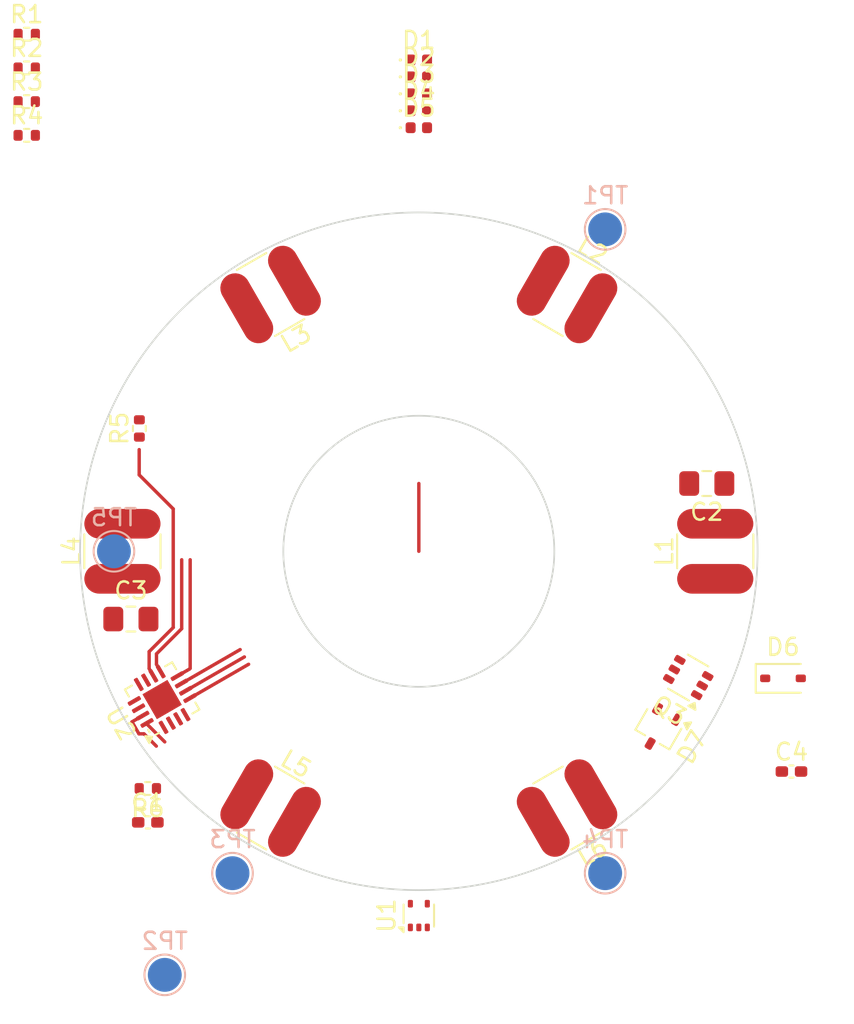
<source format=kicad_pcb>
(kicad_pcb (version 20221018) (generator pcbnew)
  (layers (0 "F.Cu" signal) (31 "B.Cu" signal) (34 "B.Paste" user) (35 "F.Paste" user) (36 "B.SilkS" user "B.Silkscreen") (37 "F.SilkS" user "F.Silkscreen") (38 "B.Mask" user) (39 "F.Mask" user) (44 "Edge.Cuts" user))
  (net 0 "")
  (net 1 "VCC")
  (net 2 "GND")
  (net 3 "Net-(D1-K)")
  (net 4 "Net-(D2-K)")
  (net 5 "Net-(D3-K)")
  (net 6 "Net-(D4-K)")
  (net 7 "Net-(D5-K)")
  (net 8 "Net-(Q3A-G)")
  (net 9 "Net-(Q3A-D)")
  (net 10 "Net-(L1-Pad2)")
  (net 11 "Net-(L2-Pad1)")
  (net 12 "Net-(L3-Pad2)")
  (net 13 "Net-(L4-Pad1)")
  (net 14 "Net-(L5-Pad2)")
  (net 15 "Net-(U2-PA0)")
  (net 16 "Net-(U2-PA1)")
  (net 17 "Net-(U2-PA2)")
  (net 18 "Net-(U2-PA3)")
  (net 19 "Net-(U2-PA4)")
  (net 20 "Net-(U2-PF2-NRST)")
  (net 21 "Net-(U2-PA13-SWD)")
  (net 22 "Net-(U2-PA14-SWC)")
  (net 25 "Net-(U1-OUTPUT)")
  (footprint "LED_SMD:LED_0402_1005Metric" (layer "F.Cu") (at 100 73)
    (fp_text reference "D3" (at 0 -1.17) (layer "F.SilkS"))
    (fp_text value "LED")
    (fp_circle (center -1.09 0) (end -1.04 0) (stroke (width 0.1)) (fill none) (layer "F.SilkS"))
    (pad "1" smd roundrect (at -0.485 0) (size 0.59 0.64) (layers "F.Cu" "F.Paste" "F.Mask") (net 5 "Net-(D3-K)"))
    (pad "2" smd roundrect (at 0.485 0) (size 0.59 0.64) (layers "F.Cu" "F.Paste" "F.Mask") (net 1 "VCC"))
  )
  (footprint "Diode_SMD:D_SOD-323" (layer "F.Cu") (at 121.5 107.5)
    (fp_text reference "D6" (at 0 -1.85) (layer "F.SilkS"))
    (fp_text value "MM3Z5V1B")
    (fp_line (start -1.61 -0.85) (end -1.61 0.85) (stroke (width 0.12)) (layer "F.SilkS"))
    (fp_line (start -1.61 -0.85) (end 1.05 -0.85) (stroke (width 0.12)) (layer "F.SilkS"))
    (fp_line (start -1.61 0.85) (end 1.05 0.85) (stroke (width 0.12)) (layer "F.SilkS"))
    (pad "1" smd roundrect (at -1.05 0) (size 0.6 0.45) (layers "F.Cu" "F.Paste" "F.Mask") (net 1 "VCC"))
    (pad "2" smd roundrect (at 1.05 0) (size 0.6 0.45) (layers "F.Cu" "F.Paste" "F.Mask") (net 2 "GND"))
  )
  (footprint "LED_SMD:LED_0402_1005Metric" (layer "F.Cu") (at 100 75)
    (fp_text reference "D5" (at 0 -1.17) (layer "F.SilkS"))
    (fp_text value "LED")
    (fp_circle (center -1.09 0) (end -1.04 0) (stroke (width 0.1)) (fill none) (layer "F.SilkS"))
    (pad "1" smd roundrect (at -0.485 0) (size 0.59 0.64) (layers "F.Cu" "F.Paste" "F.Mask") (net 7 "Net-(D5-K)"))
    (pad "2" smd roundrect (at 0.485 0) (size 0.59 0.64) (layers "F.Cu" "F.Paste" "F.Mask") (net 1 "VCC"))
  )
  (footprint "LED_SMD:LED_0402_1005Metric" (layer "F.Cu") (at 100 74)
    (fp_text reference "D4" (at 0 -1.17) (layer "F.SilkS"))
    (fp_text value "LED")
    (fp_circle (center -1.09 0) (end -1.04 0) (stroke (width 0.1)) (fill none) (layer "F.SilkS"))
    (pad "1" smd roundrect (at -0.485 0) (size 0.59 0.64) (layers "F.Cu" "F.Paste" "F.Mask") (net 6 "Net-(D4-K)"))
    (pad "2" smd roundrect (at 0.485 0) (size 0.59 0.64) (layers "F.Cu" "F.Paste" "F.Mask") (net 1 "VCC"))
  )
  (footprint "Capacitor_SMD:C_0805_2012Metric_Pad1.18x1.45mm_HandSolder" (layer "F.Cu") (at 117 96 180)
    (fp_text reference "C2" (at 0 -1.68) (layer "F.SilkS"))
    (fp_text value "47uF")
    (fp_line (start -0.261252 -0.735) (end 0.261252 -0.735) (stroke (width 0.12)) (layer "F.SilkS"))
    (fp_line (start -0.261252 0.735) (end 0.261252 0.735) (stroke (width 0.12)) (layer "F.SilkS"))
    (pad "1" smd roundrect (at -1.0375 0 180) (size 1.175 1.45) (layers "F.Cu" "F.Paste" "F.Mask") (roundrect_rratio 0.212766) (net 1 "VCC"))
    (pad "2" smd roundrect (at 1.0375 0 180) (size 1.175 1.45) (layers "F.Cu" "F.Paste" "F.Mask") (roundrect_rratio 0.212766) (net 2 "GND"))
  )
  (footprint "Resistor_SMD:R_0402_1005Metric" (layer "F.Cu") (at 76.85 75.45)
    (fp_text reference "R4" (at 0 -1.17) (layer "F.SilkS"))
    (fp_text value "30R")
    (fp_line (start -0.153641 -0.38) (end 0.153641 -0.38) (stroke (width 0.12)) (layer "F.SilkS"))
    (fp_line (start -0.153641 0.38) (end 0.153641 0.38) (stroke (width 0.12)) (layer "F.SilkS"))
    (pad "1" smd roundrect (at -0.51 0) (size 0.54 0.64) (layers "F.Cu" "F.Paste" "F.Mask") (net 18 "Net-(U2-PA3)"))
    (pad "2" smd roundrect (at 0.51 0) (size 0.54 0.64) (layers "F.Cu" "F.Paste" "F.Mask") (net 6 "Net-(D4-K)"))
  )
  (footprint "Package_DFN_QFN:QFN-16-1EP_3x3mm_P0.5mm_EP1.7x1.7mm" (layer "F.Cu") (at 84.844555 108.75 120)
    (fp_text reference "U2" (at 0 -2.83 120) (layer "F.SilkS"))
    (fp_text value "PY32F002AW15U")
    (fp_line (start -1.61 -1.135) (end -1.61 -1.37) (stroke (width 0.12)) (layer "F.SilkS"))
    (fp_line (start -1.61 1.61) (end -1.61 1.135) (stroke (width 0.12)) (layer "F.SilkS"))
    (fp_line (start -1.135 -1.61) (end -1.31 -1.61) (stroke (width 0.12)) (layer "F.SilkS"))
    (fp_line (start -1.135 1.61) (end -1.61 1.61) (stroke (width 0.12)) (layer "F.SilkS"))
    (fp_line (start 1.135 -1.61) (end 1.61 -1.61) (stroke (width 0.12)) (layer "F.SilkS"))
    (fp_line (start 1.135 1.61) (end 1.61 1.61) (stroke (width 0.12)) (layer "F.SilkS"))
    (fp_line (start 1.61 -1.61) (end 1.61 -1.135) (stroke (width 0.12)) (layer "F.SilkS"))
    (fp_line (start 1.61 1.61) (end 1.61 1.135) (stroke (width 0.12)) (layer "F.SilkS"))
    (fp_poly (pts (xy -1.61 -1.61) (xy -1.85 -1.94) (xy -1.37 -1.94) (xy -1.61 -1.61)) (stroke (width 0.12)) (fill solid) (layer "F.SilkS"))
    (pad "1" smd roundrect (at -1.4625 -0.75 120) (size 0.825 0.25) (layers "F.Cu" "F.Paste" "F.Mask"))
    (pad "2" smd roundrect (at -1.4625 -0.25 120) (size 0.825 0.25) (layers "F.Cu" "F.Paste" "F.Mask"))
    (pad "3" smd roundrect (at -1.4625 0.25 120) (size 0.825 0.25) (layers "F.Cu" "F.Paste" "F.Mask") (net 21 "Net-(U2-PA13-SWD)"))
    (pad "4" smd roundrect (at -1.4625 0.75 120) (size 0.825 0.25) (layers "F.Cu" "F.Paste" "F.Mask") (net 22 "Net-(U2-PA14-SWC)"))
    (pad "5" smd roundrect (at -0.75 1.4625 120) (size 0.25 0.825) (layers "F.Cu" "F.Paste" "F.Mask") (net 20 "Net-(U2-PF2-NRST)"))
    (pad "6" smd roundrect (at -0.25 1.4625 120) (size 0.25 0.825) (layers "F.Cu" "F.Paste" "F.Mask") (net 15 "Net-(U2-PA0)"))
    (pad "7" smd roundrect (at 0.25 1.4625 120) (size 0.25 0.825) (layers "F.Cu" "F.Paste" "F.Mask") (net 16 "Net-(U2-PA1)"))
    (pad "8" smd roundrect (at 0.75 1.4625 120) (size 0.25 0.825) (layers "F.Cu" "F.Paste" "F.Mask") (net 17 "Net-(U2-PA2)"))
    (pad "9" smd roundrect (at 1.4625 0.75 120) (size 0.825 0.25) (layers "F.Cu" "F.Paste" "F.Mask") (net 18 "Net-(U2-PA3)"))
    (pad "10" smd roundrect (at 1.4625 0.25 120) (size 0.825 0.25) (layers "F.Cu" "F.Paste" "F.Mask") (net 19 "Net-(U2-PA4)"))
    (pad "11" smd roundrect (at 1.4625 -0.25 120) (size 0.825 0.25) (layers "F.Cu" "F.Paste" "F.Mask"))
    (pad "12" smd roundrect (at 1.4625 -0.75 120) (size 0.825 0.25) (layers "F.Cu" "F.Paste" "F.Mask"))
    (pad "13" smd roundrect (at 0.75 -1.4625 120) (size 0.25 0.825) (layers "F.Cu" "F.Paste" "F.Mask"))
    (pad "14" smd roundrect (at 0.25 -1.4625 120) (size 0.25 0.825) (layers "F.Cu" "F.Paste" "F.Mask"))
    (pad "15" smd roundrect (at -0.25 -1.4625 120) (size 0.25 0.825) (layers "F.Cu" "F.Paste" "F.Mask") (net 1 "VCC"))
    (pad "16" smd roundrect (at -0.75 -1.4625 120) (size 0.25 0.825) (layers "F.Cu" "F.Paste" "F.Mask") (net 25 "Net-(U1-OUTPUT)"))
    (pad "17" smd rect (at 0 0 120) (size 1.7 1.7) (property pad_prop_heatsink) (layers "F.Cu" "F.Mask") (net 2 "GND"))
  )
  (footprint "USER:L_SHOUHAN _CY43-100UH" (layer "F.Cu") (at 82.5 100 90)
    (fp_text reference "L4" (at 0 -3 90) (layer "F.SilkS"))
    (fp_text value "100uH")
    (fp_line (start -1 -2.25) (end 1 -2.25) (stroke (width 0.12)) (layer "F.SilkS"))
    (fp_line (start -1 2.25) (end 1 2.25) (stroke (width 0.12)) (layer "F.SilkS"))
    (pad "1" smd roundrect (at -1.625 0 90) (size 1.75 4.5) (layers "F.Cu" "F.Paste" "F.Mask") (roundrect_rratio 0.5) (net 13 "Net-(L4-Pad1)"))
    (pad "2" smd roundrect (at 1.625 0 90) (size 1.75 4.5) (layers "F.Cu" "F.Paste" "F.Mask") (roundrect_rratio 0.5) (net 12 "Net-(L3-Pad2)"))
  )
  (footprint "USER:L_SHOUHAN _CY43-100UH" (layer "F.Cu") (at 117.5 100 90)
    (fp_text reference "L1" (at 0 -3 90) (layer "F.SilkS"))
    (fp_text value "100uH")
    (fp_line (start -1 -2.25) (end 1 -2.25) (stroke (width 0.12)) (layer "F.SilkS"))
    (fp_line (start -1 2.25) (end 1 2.25) (stroke (width 0.12)) (layer "F.SilkS"))
    (pad "1" smd roundrect (at -1.625 0 90) (size 1.75 4.5) (layers "F.Cu" "F.Paste" "F.Mask") (roundrect_rratio 0.5) (net 9 "Net-(Q3A-D)"))
    (pad "2" smd roundrect (at 1.625 0 90) (size 1.75 4.5) (layers "F.Cu" "F.Paste" "F.Mask") (roundrect_rratio 0.5) (net 10 "Net-(L1-Pad2)"))
  )
  (footprint "USER:L_SHOUHAN _CY43-100UH" (layer "F.Cu") (at 108.75 84.844555 -30)
    (fp_text reference "L2" (at 0 -3 150) (layer "F.SilkS"))
    (fp_text value "100uH")
    (fp_line (start -1 -2.25) (end 1 -2.25) (stroke (width 0.12)) (layer "F.SilkS"))
    (fp_line (start -1 2.25) (end 1 2.25) (stroke (width 0.12)) (layer "F.SilkS"))
    (pad "1" smd roundrect (at -1.625 0 330) (size 1.75 4.5) (layers "F.Cu" "F.Paste" "F.Mask") (roundrect_rratio 0.5) (net 11 "Net-(L2-Pad1)"))
    (pad "2" smd roundrect (at 1.625 0 330) (size 1.75 4.5) (layers "F.Cu" "F.Paste" "F.Mask") (roundrect_rratio 0.5) (net 10 "Net-(L1-Pad2)"))
  )
  (footprint "Capacitor_SMD:C_0402_1005Metric_Pad0.74x0.62mm_HandSolder" (layer "F.Cu") (at 84 116)
    (fp_text reference "C1" (at 0 -1.16) (layer "F.SilkS"))
    (fp_text value "1uF")
    (fp_line (start -0.115835 -0.36) (end 0.115835 -0.36) (stroke (width 0.12)) (layer "F.SilkS"))
    (fp_line (start -0.115835 0.36) (end 0.115835 0.36) (stroke (width 0.12)) (layer "F.SilkS"))
    (pad "1" smd roundrect (at -0.5675 0) (size 0.735 0.62) (layers "F.Cu" "F.Paste" "F.Mask") (net 1 "VCC"))
    (pad "2" smd roundrect (at 0.5675 0) (size 0.735 0.62) (layers "F.Cu" "F.Paste" "F.Mask") (net 2 "GND"))
  )
  (footprint "Resistor_SMD:R_0402_1005Metric" (layer "F.Cu") (at 84 114 180)
    (fp_text reference "R6" (at 0 -1.17) (layer "F.SilkS"))
    (fp_text value "4.7k")
    (fp_line (start -0.153641 -0.38) (end 0.153641 -0.38) (stroke (width 0.12)) (layer "F.SilkS"))
    (fp_line (start -0.153641 0.38) (end 0.153641 0.38) (stroke (width 0.12)) (layer "F.SilkS"))
    (pad "1" smd roundrect (at -0.51 0 180) (size 0.54 0.64) (layers "F.Cu" "F.Paste" "F.Mask") (net 20 "Net-(U2-PF2-NRST)"))
    (pad "2" smd roundrect (at 0.51 0 180) (size 0.54 0.64) (layers "F.Cu" "F.Paste" "F.Mask") (net 1 "VCC"))
  )
  (footprint "Resistor_SMD:R_0402_1005Metric" (layer "F.Cu") (at 83.5 92.75 90)
    (fp_text reference "R5" (at 0 -1.17 90) (layer "F.SilkS"))
    (fp_text value "30R")
    (fp_line (start -0.153641 -0.38) (end 0.153641 -0.38) (stroke (width 0.12)) (layer "F.SilkS"))
    (fp_line (start -0.153641 0.38) (end 0.153641 0.38) (stroke (width 0.12)) (layer "F.SilkS"))
    (pad "1" smd roundrect (at -0.51 0 90) (size 0.54 0.64) (layers "F.Cu" "F.Paste" "F.Mask") (net 19 "Net-(U2-PA4)"))
    (pad "2" smd roundrect (at 0.51 0 90) (size 0.54 0.64) (layers "F.Cu" "F.Paste" "F.Mask") (net 7 "Net-(D5-K)"))
  )
  (footprint "USER:L_SHOUHAN _CY43-100UH" (layer "F.Cu") (at 108.75 115.155445 -150)
    (fp_text reference "L6" (at 0 -3 30) (layer "F.SilkS"))
    (fp_text value "100uH")
    (fp_line (start -1 -2.25) (end 1 -2.25) (stroke (width 0.12)) (layer "F.SilkS"))
    (fp_line (start -1 2.25) (end 1 2.25) (stroke (width 0.12)) (layer "F.SilkS"))
    (pad "1" smd roundrect (at -1.625 0 210) (size 1.75 4.5) (layers "F.Cu" "F.Paste" "F.Mask") (roundrect_rratio 0.5) (net 8 "Net-(Q3A-G)"))
    (pad "2" smd roundrect (at 1.625 0 210) (size 1.75 4.5) (layers "F.Cu" "F.Paste" "F.Mask") (roundrect_rratio 0.5) (net 14 "Net-(L5-Pad2)"))
  )
  (footprint "Capacitor_SMD:C_0402_1005Metric_Pad0.74x0.62mm_HandSolder" (layer "F.Cu") (at 122 113)
    (fp_text reference "C4" (at 0 -1.16) (layer "F.SilkS"))
    (fp_text value "1uF")
    (fp_line (start -0.115835 -0.36) (end 0.115835 -0.36) (stroke (width 0.12)) (layer "F.SilkS"))
    (fp_line (start -0.115835 0.36) (end 0.115835 0.36) (stroke (width 0.12)) (layer "F.SilkS"))
    (pad "1" smd roundrect (at -0.5675 0) (size 0.735 0.62) (layers "F.Cu" "F.Paste" "F.Mask") (net 1 "VCC"))
    (pad "2" smd roundrect (at 0.5675 0) (size 0.735 0.62) (layers "F.Cu" "F.Paste" "F.Mask") (net 2 "GND"))
  )
  (footprint "LED_SMD:LED_0402_1005Metric" (layer "F.Cu") (at 100 72)
    (fp_text reference "D2" (at 0 -1.17) (layer "F.SilkS"))
    (fp_text value "LED")
    (fp_circle (center -1.09 0) (end -1.04 0) (stroke (width 0.1)) (fill none) (layer "F.SilkS"))
    (pad "1" smd roundrect (at -0.485 0) (size 0.59 0.64) (layers "F.Cu" "F.Paste" "F.Mask") (net 4 "Net-(D2-K)"))
    (pad "2" smd roundrect (at 0.485 0) (size 0.59 0.64) (layers "F.Cu" "F.Paste" "F.Mask") (net 1 "VCC"))
  )
  (footprint "USER:L_SHOUHAN _CY43-100UH" (layer "F.Cu") (at 91.25 115.155445 -30)
    (fp_text reference "L5" (at 0 -3 150) (layer "F.SilkS"))
    (fp_text value "100uH")
    (fp_line (start -1 -2.25) (end 1 -2.25) (stroke (width 0.12)) (layer "F.SilkS"))
    (fp_line (start -1 2.25) (end 1 2.25) (stroke (width 0.12)) (layer "F.SilkS"))
    (pad "1" smd roundrect (at -1.625 0 330) (size 1.75 4.5) (layers "F.Cu" "F.Paste" "F.Mask") (roundrect_rratio 0.5) (net 13 "Net-(L4-Pad1)"))
    (pad "2" smd roundrect (at 1.625 0 330) (size 1.75 4.5) (layers "F.Cu" "F.Paste" "F.Mask") (roundrect_rratio 0.5) (net 14 "Net-(L5-Pad2)"))
  )
  (footprint "Package_TO_SOT_SMD:SOT-363_SC-70-6" (layer "F.Cu") (at 115.905445 107.450962 150)
    (fp_text reference "Q3" (at 0 -2.25 150) (layer "F.SilkS"))
    (fp_text value "WST2007")
    (fp_line (start -0.71 -1.16) (end 0.7 -1.16) (stroke (width 0.12)) (layer "F.SilkS"))
    (fp_line (start -0.7 1.16) (end 0.7 1.16) (stroke (width 0.12)) (layer "F.SilkS"))
    (fp_poly (pts (xy -1.08 -1.11) (xy -1.32 -1.44) (xy -0.84 -1.44) (xy -1.08 -1.11)) (stroke (width 0.12)) (fill solid) (layer "F.SilkS"))
    (pad "1" smd roundrect (at -0.95 -0.65 150) (size 0.65 0.4) (layers "F.Cu" "F.Paste" "F.Mask") (net 2 "GND"))
    (pad "2" smd roundrect (at -0.95 0 150) (size 0.65 0.4) (layers "F.Cu" "F.Paste" "F.Mask") (net 8 "Net-(Q3A-G)"))
    (pad "3" smd roundrect (at -0.95 0.65 150) (size 0.65 0.4) (layers "F.Cu" "F.Paste" "F.Mask") (net 8 "Net-(Q3A-G)"))
    (pad "4" smd roundrect (at 0.95 0.65 150) (size 0.65 0.4) (layers "F.Cu" "F.Paste" "F.Mask") (net 2 "GND"))
    (pad "5" smd roundrect (at 0.95 0 150) (size 0.65 0.4) (layers "F.Cu" "F.Paste" "F.Mask") (net 9 "Net-(Q3A-D)"))
    (pad "6" smd roundrect (at 0.95 -0.65 150) (size 0.65 0.4) (layers "F.Cu" "F.Paste" "F.Mask") (net 9 "Net-(Q3A-D)"))
  )
  (footprint "Resistor_SMD:R_0402_1005Metric" (layer "F.Cu") (at 76.85 71.47)
    (fp_text reference "R2" (at 0 -1.17) (layer "F.SilkS"))
    (fp_text value "30R")
    (fp_line (start -0.153641 -0.38) (end 0.153641 -0.38) (stroke (width 0.12)) (layer "F.SilkS"))
    (fp_line (start -0.153641 0.38) (end 0.153641 0.38) (stroke (width 0.12)) (layer "F.SilkS"))
    (pad "1" smd roundrect (at -0.51 0) (size 0.54 0.64) (layers "F.Cu" "F.Paste" "F.Mask") (net 16 "Net-(U2-PA1)"))
    (pad "2" smd roundrect (at 0.51 0) (size 0.54 0.64) (layers "F.Cu" "F.Paste" "F.Mask") (net 4 "Net-(D2-K)"))
  )
  (footprint "USER:L_SHOUHAN _CY43-100UH" (layer "F.Cu") (at 91.25 84.844555 -150)
    (fp_text reference "L3" (at 0 -3 30) (layer "F.SilkS"))
    (fp_text value "100uH")
    (fp_line (start -1 -2.25) (end 1 -2.25) (stroke (width 0.12)) (layer "F.SilkS"))
    (fp_line (start -1 2.25) (end 1 2.25) (stroke (width 0.12)) (layer "F.SilkS"))
    (pad "1" smd roundrect (at -1.625 0 210) (size 1.75 4.5) (layers "F.Cu" "F.Paste" "F.Mask") (roundrect_rratio 0.5) (net 11 "Net-(L2-Pad1)"))
    (pad "2" smd roundrect (at 1.625 0 210) (size 1.75 4.5) (layers "F.Cu" "F.Paste" "F.Mask") (roundrect_rratio 0.5) (net 12 "Net-(L3-Pad2)"))
  )
  (footprint "Package_TO_SOT_SMD:SOT-553" (layer "F.Cu") (at 100 121.5 90)
    (fp_text reference "U1" (at 0 -1.9 90) (layer "F.SilkS"))
    (fp_text value "KTH1601")
    (fp_line (start 0.65 -0.9) (end -0.45 -0.9) (stroke (width 0.12)) (layer "F.SilkS"))
    (fp_line (start 0.65 0.9) (end -0.65 0.9) (stroke (width 0.12)) (layer "F.SilkS"))
    (fp_poly (pts (xy -0.7 -0.9) (xy -0.98 -0.9) (xy -0.7 -1.18) (xy -0.7 -0.9)) (stroke (width 0.12)) (fill solid) (layer "F.SilkS"))
    (pad "1" smd roundrect (at -0.7 -0.5 90) (size 0.45 0.3) (layers "F.Cu" "F.Paste" "F.Mask"))
    (pad "2" smd roundrect (at -0.7 0 90) (size 0.45 0.3) (layers "F.Cu" "F.Paste" "F.Mask") (net 2 "GND"))
    (pad "3" smd roundrect (at -0.7 0.5 90) (size 0.45 0.3) (layers "F.Cu" "F.Paste" "F.Mask"))
    (pad "4" smd roundrect (at 0.7 0.5 90) (size 0.45 0.3) (layers "F.Cu" "F.Paste" "F.Mask") (net 1 "VCC"))
    (pad "5" smd roundrect (at 0.7 -0.5 90) (size 0.45 0.3) (layers "F.Cu" "F.Paste" "F.Mask") (net 25 "Net-(U1-OUTPUT)"))
  )
  (footprint "LED_SMD:LED_0402_1005Metric" (layer "F.Cu") (at 100 71)
    (fp_text reference "D1" (at 0 -1.17) (layer "F.SilkS"))
    (fp_text value "LED")
    (fp_circle (center -1.09 0) (end -1.04 0) (stroke (width 0.1)) (fill none) (layer "F.SilkS"))
    (pad "1" smd roundrect (at -0.485 0) (size 0.59 0.64) (layers "F.Cu" "F.Paste" "F.Mask") (net 3 "Net-(D1-K)"))
    (pad "2" smd roundrect (at 0.485 0) (size 0.59 0.64) (layers "F.Cu" "F.Paste" "F.Mask") (net 1 "VCC"))
  )
  (footprint "Resistor_SMD:R_0402_1005Metric" (layer "F.Cu") (at 76.85 73.46)
    (fp_text reference "R3" (at 0 -1.17) (layer "F.SilkS"))
    (fp_text value "30R")
    (fp_line (start -0.153641 -0.38) (end 0.153641 -0.38) (stroke (width 0.12)) (layer "F.SilkS"))
    (fp_line (start -0.153641 0.38) (end 0.153641 0.38) (stroke (width 0.12)) (layer "F.SilkS"))
    (pad "1" smd roundrect (at -0.51 0) (size 0.54 0.64) (layers "F.Cu" "F.Paste" "F.Mask") (net 17 "Net-(U2-PA2)"))
    (pad "2" smd roundrect (at 0.51 0) (size 0.54 0.64) (layers "F.Cu" "F.Paste" "F.Mask") (net 5 "Net-(D3-K)"))
  )
  (footprint "Capacitor_SMD:C_0805_2012Metric_Pad1.18x1.45mm_HandSolder" (layer "F.Cu") (at 83 104)
    (fp_text reference "C3" (at 0 -1.68) (layer "F.SilkS"))
    (fp_text value "47uF")
    (fp_line (start -0.261252 -0.735) (end 0.261252 -0.735) (stroke (width 0.12)) (layer "F.SilkS"))
    (fp_line (start -0.261252 0.735) (end 0.261252 0.735) (stroke (width 0.12)) (layer "F.SilkS"))
    (pad "1" smd roundrect (at -1.0375 0) (size 1.175 1.45) (layers "F.Cu" "F.Paste" "F.Mask") (roundrect_rratio 0.212766) (net 1 "VCC"))
    (pad "2" smd roundrect (at 1.0375 0) (size 1.175 1.45) (layers "F.Cu" "F.Paste" "F.Mask") (roundrect_rratio 0.212766) (net 2 "GND"))
  )
  (footprint "Package_TO_SOT_SMD:SOT-323_SC-70" (layer "F.Cu") (at 114.155445 110.482051 -120)
    (fp_text reference "D7" (at -0.05 -2.25 60) (layer "F.SilkS"))
    (fp_text value "BAT54CW")
    (fp_line (start -0.68 -1.16) (end 0.73 -1.16) (stroke (width 0.12)) (layer "F.SilkS"))
    (fp_line (start -0.68 1.16) (end 0.73 1.16) (stroke (width 0.12)) (layer "F.SilkS"))
    (fp_line (start 0.73 -1.16) (end 0.73 -0.5) (stroke (width 0.12)) (layer "F.SilkS"))
    (fp_line (start 0.73 0.5) (end 0.73 1.16) (stroke (width 0.12)) (layer "F.SilkS"))
    (fp_poly (pts (xy -1.05 -1.14) (xy -1.29 -1.47) (xy -0.81 -1.47) (xy -1.05 -1.14)) (stroke (width 0.12)) (fill solid) (layer "F.SilkS"))
    (pad "1" smd roundrect (at -1 -0.65 150) (size 0.45 0.7) (layers "F.Cu" "F.Paste" "F.Mask") (net 8 "Net-(Q3A-G)"))
    (pad "2" smd roundrect (at -1 0.65 150) (size 0.45 0.7) (layers "F.Cu" "F.Paste" "F.Mask") (net 9 "Net-(Q3A-D)"))
    (pad "3" smd roundrect (at 1 0 150) (size 0.45 0.7) (layers "F.Cu" "F.Paste" "F.Mask") (net 1 "VCC"))
  )
  (footprint "Resistor_SMD:R_0402_1005Metric" (layer "F.Cu") (at 76.85 69.48)
    (fp_text reference "R1" (at 0 -1.17) (layer "F.SilkS"))
    (fp_text value "30R")
    (fp_line (start -0.153641 -0.38) (end 0.153641 -0.38) (stroke (width 0.12)) (layer "F.SilkS"))
    (fp_line (start -0.153641 0.38) (end 0.153641 0.38) (stroke (width 0.12)) (layer "F.SilkS"))
    (pad "1" smd roundrect (at -0.51 0) (size 0.54 0.64) (layers "F.Cu" "F.Paste" "F.Mask") (net 15 "Net-(U2-PA0)"))
    (pad "2" smd roundrect (at 0.51 0) (size 0.54 0.64) (layers "F.Cu" "F.Paste" "F.Mask") (net 3 "Net-(D1-K)"))
  )
  (footprint "TestPoint:TestPoint_Pad_D2.0mm" (layer "B.Cu") (at 111 81 180)
    (fp_text reference "TP1" (at 0 1.998) (layer "B.SilkS") (effects (justify mirror)))
    (fp_text value "VCC")
    (fp_circle (center 0 0) (end 0 -1.2) (stroke (width 0.12)) (fill none) (layer "B.SilkS"))
    (pad "1" smd circle (at 0 0 180) (size 2 2) (layers "B.Cu" "B.Mask") (net 1 "VCC"))
  )
  (footprint "TestPoint:TestPoint_Pad_D2.0mm" (layer "B.Cu") (at 85 125 180)
    (fp_text reference "TP2" (at 0 1.998) (layer "B.SilkS") (effects (justify mirror)))
    (fp_text value "RST")
    (fp_circle (center 0 0) (end 0 -1.2) (stroke (width 0.12)) (fill none) (layer "B.SilkS"))
    (pad "1" smd circle (at 0 0 180) (size 2 2) (layers "B.Cu" "B.Mask") (net 20 "Net-(U2-PF2-NRST)"))
  )
  (footprint "TestPoint:TestPoint_Pad_D2.0mm" (layer "B.Cu") (at 82 100 180)
    (fp_text reference "TP5" (at 0 1.998) (layer "B.SilkS") (effects (justify mirror)))
    (fp_text value "GND")
    (fp_circle (center 0 0) (end 0 -1.2) (stroke (width 0.12)) (fill none) (layer "B.SilkS"))
    (pad "1" smd circle (at 0 0 180) (size 2 2) (layers "B.Cu" "B.Mask") (net 2 "GND"))
  )
  (footprint "TestPoint:TestPoint_Pad_D2.0mm" (layer "B.Cu") (at 89 119 180)
    (fp_text reference "TP3" (at 0 1.998) (layer "B.SilkS") (effects (justify mirror)))
    (fp_text value "SWD")
    (fp_circle (center 0 0) (end 0 -1.2) (stroke (width 0.12)) (fill none) (layer "B.SilkS"))
    (pad "1" smd circle (at 0 0 180) (size 2 2) (layers "B.Cu" "B.Mask") (net 21 "Net-(U2-PA13-SWD)"))
  )
  (footprint "TestPoint:TestPoint_Pad_D2.0mm" (layer "B.Cu") (at 111 119 180)
    (fp_text reference "TP4" (at 0 1.998) (layer "B.SilkS") (effects (justify mirror)))
    (fp_text value "SWC")
    (fp_circle (center 0 0) (end 0 -1.2) (stroke (width 0.12)) (fill none) (layer "B.SilkS"))
    (pad "1" smd circle (at 0 0 180) (size 2 2) (layers "B.Cu" "B.Mask") (net 22 "Net-(U2-PA14-SWC)"))
  )
  (gr_circle (center 100 100) (end 100 80) (stroke (width 0.1)) (fill none) (layer "Edge.Cuts"))
  (gr_circle locked (center 100 100) (end 108 100) (stroke (width 0.1)) (fill none) (layer "Edge.Cuts"))
  (segment (start 100 100) (end 100 96) (width 0.2) (layer "F.Cu") (net 0))
  (segment (start 83.475135 110.774865) (end 83.774865 110.774865) (width 0.2) (layer "F.Cu") (net 1))
  (segment (start 83.774865 110.774865) (end 84.5 111.5) (width 0.2) (layer "F.Cu") (net 1))
  (segment (start 83.702993 109.697756) (end 83.065698 110.065698) (width 0.2) (layer "F.Cu") (net 1))
  (segment (start 83.065698 110.065698) (end 83.475135 110.774865) (width 0.2) (layer "F.Cu") (net 1))
  (segment (start 86.236117 108.235256) (end 89.700219 106.235256) (width 0.2) (layer "F.Cu") (net 15))
  (segment (start 85.986117 107.802244) (end 89.450219 105.802244) (width 0.2) (layer "F.Cu") (net 16))
  (segment (start 86.454483 106.954483) (end 86.5 106.908966) (width 0.2) (layer "F.Cu") (net 17))
  (segment (start 85.736117 107.369231) (end 86.454483 106.954483) (width 0.2) (layer "F.Cu") (net 17))
  (segment (start 86.5 106.908966) (end 86.5 100.5) (width 0.2) (layer "F.Cu") (net 17))
  (segment (start 86 104.565686) (end 86 100.5) (width 0.2) (layer "F.Cu") (net 18))
  (segment (start 84.510907 106.672106) (end 84.510907 106.054779) (width 0.2) (layer "F.Cu") (net 18))
  (segment (start 84.510907 106.054779) (end 86 104.565686) (width 0.2) (layer "F.Cu") (net 18))
  (segment (start 84.762824 107.108438) (end 84.510907 106.672106) (width 0.2) (layer "F.Cu") (net 18))
  (segment (start 85.5 97.5) (end 85.5 104.5) (width 0.2) (layer "F.Cu") (net 19))
  (segment (start 85.5 104.5) (end 84.077894 105.922106) (width 0.2) (layer "F.Cu") (net 19))
  (segment (start 83.49 95.49) (end 85.5 97.5) (width 0.2) (layer "F.Cu") (net 19))
  (segment (start 84.077894 105.922106) (end 84.077894 106.922106) (width 0.2) (layer "F.Cu") (net 19))
  (segment (start 83.49 94) (end 83.49 95.49) (width 0.2) (layer "F.Cu") (net 19))
  (segment (start 84.077894 106.922106) (end 84.329811 107.358438) (width 0.2) (layer "F.Cu") (net 19))
  (segment (start 86.486117 108.668269) (end 89.950219 106.668269) (width 0.2) (layer "F.Cu") (net 20))
  (segment (start 83.952993 110.202993) (end 85 111.25) (width 0.2) (layer "F.Cu") (net 25))
  (segment (start 83.952993 110.130769) (end 83.952993 110.202993) (width 0.2) (layer "F.Cu") (net 25))
)
</source>
